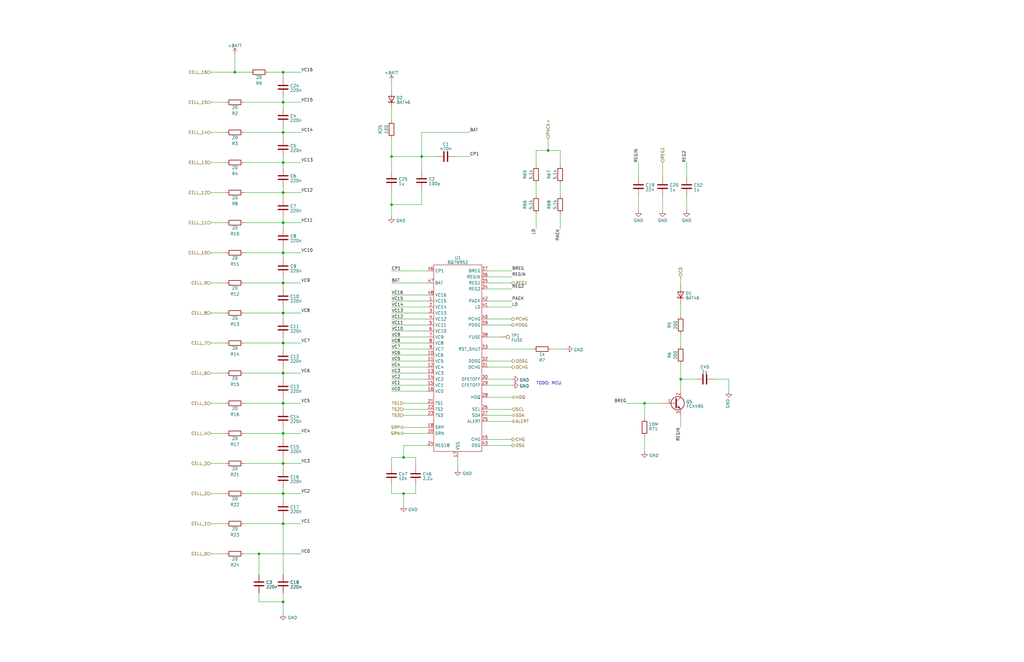
<source format=kicad_sch>
(kicad_sch (version 20230121) (generator eeschema)
  (paper "B")
  (title_block (title "Protection and Balancing") (date "2022-10-30") (rev "Rev 0") (company "QTech BMS Dept"))
  (junction (at 165.1 66.04))
  (junction (at 119.38 68.58))
  (junction (at 119.38 208.28))
  (junction (at 231.14 63.5))
  (junction (at 165.1 86.36))
  (junction (at 170.18 193.04))
  (junction (at 287.02 160.02))
  (junction (at 119.38 81.28))
  (junction (at 170.18 208.28))
  (junction (at 99.06 30.48))
  (junction (at 119.38 132.08))
  (junction (at 119.38 182.88))
  (junction (at 119.38 30.48))
  (junction (at 177.8 66.04))
  (junction (at 119.38 220.98))
  (junction (at 119.38 170.18))
  (junction (at 109.22 233.68))
  (junction (at 271.78 170.18))
  (junction (at 119.38 157.48))
  (junction (at 119.38 93.98))
  (junction (at 119.38 254))
  (junction (at 119.38 106.68))
  (junction (at 119.38 55.88))
  (junction (at 119.38 195.58))
  (junction (at 119.38 43.18))
  (junction (at 119.38 119.38))
  (junction (at 119.38 144.78))
  (wire (pts (xy 165.1 149.86) (xy 180.34 149.86)))
  (wire (pts (xy 191.77 66.04) (xy 198.12 66.04)))
  (wire (pts (xy 165.1 160.02) (xy 180.34 160.02)))
  (wire (pts (xy 88.9 195.58) (xy 95.25 195.58)))
  (wire (pts (xy 102.87 170.18) (xy 119.38 170.18)))
  (wire (pts (xy 287.02 128.27) (xy 287.02 133.35)))
  (wire (pts (xy 236.22 69.85) (xy 236.22 63.5)))
  (wire (pts (xy 102.87 43.18) (xy 119.38 43.18)))
  (wire (pts (xy 205.74 172.72) (xy 215.9 172.72)))
  (wire (pts (xy 119.38 55.88) (xy 119.38 58.42)))
  (wire (pts (xy 271.78 170.18) (xy 264.16 170.18)))
  (wire (pts (xy 205.74 154.94) (xy 215.9 154.94)))
  (wire (pts (xy 175.26 196.85) (xy 175.26 193.04)))
  (wire (pts (xy 205.74 129.54) (xy 215.9 129.54)))
  (wire (pts (xy 177.8 66.04) (xy 177.8 55.88)))
  (wire (pts (xy 119.38 116.84) (xy 119.38 119.38)))
  (wire (pts (xy 88.9 81.28) (xy 95.25 81.28)))
  (wire (pts (xy 205.74 147.32) (xy 224.79 147.32)))
  (wire (pts (xy 119.38 68.58) (xy 119.38 71.12)))
  (wire (pts (xy 165.1 137.16) (xy 180.34 137.16)))
  (wire (pts (xy 119.38 254) (xy 119.38 259.08)))
  (wire (pts (xy 177.8 72.39) (xy 177.8 66.04)))
  (wire (pts (xy 232.41 147.32) (xy 238.76 147.32)))
  (wire (pts (xy 165.1 129.54) (xy 180.34 129.54)))
  (wire (pts (xy 180.34 182.88) (xy 170.18 182.88)))
  (wire (pts (xy 269.24 68.58) (xy 269.24 74.93)))
  (wire (pts (xy 271.78 170.18) (xy 271.78 176.53)))
  (wire (pts (xy 119.38 205.74) (xy 119.38 208.28)))
  (wire (pts (xy 99.06 22.86) (xy 99.06 30.48)))
  (wire (pts (xy 165.1 132.08) (xy 180.34 132.08)))
  (wire (pts (xy 226.06 77.47) (xy 226.06 82.55)))
  (wire (pts (xy 119.38 167.64) (xy 119.38 170.18)))
  (wire (pts (xy 102.87 233.68) (xy 109.22 233.68)))
  (wire (pts (xy 165.1 80.01) (xy 165.1 86.36)))
  (wire (pts (xy 287.02 160.02) (xy 293.37 160.02)))
  (wire (pts (xy 119.38 157.48) (xy 127 157.48)))
  (wire (pts (xy 205.74 177.8) (xy 215.9 177.8)))
  (wire (pts (xy 205.74 116.84) (xy 215.9 116.84)))
  (wire (pts (xy 170.18 208.28) (xy 175.26 208.28)))
  (wire (pts (xy 109.22 233.68) (xy 127 233.68)))
  (wire (pts (xy 205.74 137.16) (xy 215.9 137.16)))
  (wire (pts (xy 119.38 132.08) (xy 119.38 134.62)))
  (wire (pts (xy 113.03 30.48) (xy 119.38 30.48)))
  (wire (pts (xy 119.38 66.04) (xy 119.38 68.58)))
  (wire (pts (xy 170.18 187.96) (xy 170.18 193.04)))
  (wire (pts (xy 193.04 193.04) (xy 193.04 198.12)))
  (wire (pts (xy 287.02 153.67) (xy 287.02 160.02)))
  (wire (pts (xy 119.38 250.19) (xy 119.38 254)))
  (wire (pts (xy 279.4 68.58) (xy 279.4 74.93)))
  (wire (pts (xy 88.9 170.18) (xy 95.25 170.18)))
  (wire (pts (xy 119.38 218.44) (xy 119.38 220.98)))
  (wire (pts (xy 119.38 157.48) (xy 119.38 160.02)))
  (wire (pts (xy 205.74 134.62) (xy 215.9 134.62)))
  (wire (pts (xy 119.38 68.58) (xy 127 68.58)))
  (wire (pts (xy 88.9 93.98) (xy 95.25 93.98)))
  (wire (pts (xy 99.06 30.48) (xy 105.41 30.48)))
  (wire (pts (xy 109.22 250.19) (xy 109.22 254)))
  (wire (pts (xy 119.38 180.34) (xy 119.38 182.88)))
  (wire (pts (xy 88.9 30.48) (xy 99.06 30.48)))
  (wire (pts (xy 165.1 34.29) (xy 165.1 38.1)))
  (wire (pts (xy 88.9 43.18) (xy 95.25 43.18)))
  (wire (pts (xy 119.38 195.58) (xy 127 195.58)))
  (wire (pts (xy 307.34 160.02) (xy 307.34 165.1)))
  (wire (pts (xy 170.18 193.04) (xy 165.1 193.04)))
  (wire (pts (xy 279.4 170.18) (xy 271.78 170.18)))
  (wire (pts (xy 119.38 93.98) (xy 119.38 96.52)))
  (wire (pts (xy 289.56 82.55) (xy 289.56 88.9)))
  (wire (pts (xy 88.9 68.58) (xy 95.25 68.58)))
  (wire (pts (xy 170.18 208.28) (xy 170.18 213.36)))
  (wire (pts (xy 300.99 160.02) (xy 307.34 160.02)))
  (wire (pts (xy 236.22 96.52) (xy 236.22 90.17)))
  (wire (pts (xy 119.38 208.28) (xy 127 208.28)))
  (wire (pts (xy 271.78 184.15) (xy 271.78 190.5)))
  (wire (pts (xy 88.9 119.38) (xy 95.25 119.38)))
  (wire (pts (xy 205.74 152.4) (xy 215.9 152.4)))
  (wire (pts (xy 119.38 30.48) (xy 127 30.48)))
  (wire (pts (xy 119.38 220.98) (xy 127 220.98)))
  (wire (pts (xy 205.74 119.38) (xy 215.9 119.38)))
  (wire (pts (xy 119.38 144.78) (xy 127 144.78)))
  (wire (pts (xy 180.34 180.34) (xy 170.18 180.34)))
  (wire (pts (xy 102.87 68.58) (xy 119.38 68.58)))
  (wire (pts (xy 180.34 172.72) (xy 170.18 172.72)))
  (wire (pts (xy 165.1 86.36) (xy 177.8 86.36)))
  (wire (pts (xy 165.1 66.04) (xy 177.8 66.04)))
  (wire (pts (xy 231.14 63.5) (xy 236.22 63.5)))
  (wire (pts (xy 102.87 132.08) (xy 119.38 132.08)))
  (wire (pts (xy 226.06 63.5) (xy 226.06 69.85)))
  (wire (pts (xy 102.87 81.28) (xy 119.38 81.28)))
  (wire (pts (xy 177.8 55.88) (xy 198.12 55.88)))
  (wire (pts (xy 279.4 82.55) (xy 279.4 88.9)))
  (wire (pts (xy 102.87 220.98) (xy 119.38 220.98)))
  (wire (pts (xy 205.74 114.3) (xy 215.9 114.3)))
  (wire (pts (xy 119.38 78.74) (xy 119.38 81.28)))
  (wire (pts (xy 88.9 157.48) (xy 95.25 157.48)))
  (wire (pts (xy 102.87 106.68) (xy 119.38 106.68)))
  (wire (pts (xy 165.1 204.47) (xy 165.1 208.28)))
  (wire (pts (xy 165.1 58.42) (xy 165.1 66.04)))
  (wire (pts (xy 102.87 93.98) (xy 119.38 93.98)))
  (wire (pts (xy 88.9 106.68) (xy 95.25 106.68)))
  (wire (pts (xy 102.87 157.48) (xy 119.38 157.48)))
  (wire (pts (xy 269.24 82.55) (xy 269.24 88.9)))
  (wire (pts (xy 287.02 140.97) (xy 287.02 146.05)))
  (wire (pts (xy 119.38 40.64) (xy 119.38 43.18)))
  (wire (pts (xy 205.74 160.02) (xy 215.9 160.02)))
  (wire (pts (xy 175.26 208.28) (xy 175.26 204.47)))
  (wire (pts (xy 205.74 121.92) (xy 215.9 121.92)))
  (wire (pts (xy 165.1 142.24) (xy 180.34 142.24)))
  (wire (pts (xy 165.1 208.28) (xy 170.18 208.28)))
  (wire (pts (xy 102.87 195.58) (xy 119.38 195.58)))
  (wire (pts (xy 88.9 144.78) (xy 95.25 144.78)))
  (wire (pts (xy 165.1 66.04) (xy 165.1 72.39)))
  (wire (pts (xy 119.38 55.88) (xy 127 55.88)))
  (wire (pts (xy 119.38 182.88) (xy 127 182.88)))
  (wire (pts (xy 165.1 124.46) (xy 180.34 124.46)))
  (wire (pts (xy 205.74 162.56) (xy 215.9 162.56)))
  (wire (pts (xy 88.9 220.98) (xy 95.25 220.98)))
  (wire (pts (xy 119.38 81.28) (xy 119.38 83.82)))
  (wire (pts (xy 119.38 119.38) (xy 119.38 121.92)))
  (wire (pts (xy 289.56 68.58) (xy 289.56 74.93)))
  (wire (pts (xy 165.1 127) (xy 180.34 127)))
  (wire (pts (xy 119.38 43.18) (xy 127 43.18)))
  (wire (pts (xy 236.22 82.55) (xy 236.22 77.47)))
  (wire (pts (xy 287.02 160.02) (xy 287.02 165.1)))
  (wire (pts (xy 119.38 220.98) (xy 119.38 242.57)))
  (wire (pts (xy 119.38 142.24) (xy 119.38 144.78)))
  (wire (pts (xy 119.38 195.58) (xy 119.38 198.12)))
  (wire (pts (xy 102.87 182.88) (xy 119.38 182.88)))
  (wire (pts (xy 287.02 175.26) (xy 287.02 180.34)))
  (wire (pts (xy 119.38 106.68) (xy 119.38 109.22)))
  (wire (pts (xy 119.38 193.04) (xy 119.38 195.58)))
  (wire (pts (xy 165.1 45.72) (xy 165.1 50.8)))
  (wire (pts (xy 88.9 132.08) (xy 95.25 132.08)))
  (wire (pts (xy 119.38 144.78) (xy 119.38 147.32)))
  (wire (pts (xy 109.22 233.68) (xy 109.22 242.57)))
  (wire (pts (xy 119.38 93.98) (xy 127 93.98)))
  (wire (pts (xy 119.38 43.18) (xy 119.38 45.72)))
  (wire (pts (xy 102.87 208.28) (xy 119.38 208.28)))
  (wire (pts (xy 102.87 144.78) (xy 119.38 144.78)))
  (wire (pts (xy 165.1 134.62) (xy 180.34 134.62)))
  (wire (pts (xy 119.38 132.08) (xy 127 132.08)))
  (wire (pts (xy 88.9 55.88) (xy 95.25 55.88)))
  (wire (pts (xy 102.87 55.88) (xy 119.38 55.88)))
  (wire (pts (xy 119.38 104.14) (xy 119.38 106.68)))
  (wire (pts (xy 119.38 170.18) (xy 119.38 172.72)))
  (wire (pts (xy 109.22 254) (xy 119.38 254)))
  (wire (pts (xy 231.14 63.5) (xy 231.14 58.42)))
  (wire (pts (xy 175.26 193.04) (xy 170.18 193.04)))
  (wire (pts (xy 205.74 185.42) (xy 215.9 185.42)))
  (wire (pts (xy 177.8 86.36) (xy 177.8 80.01)))
  (wire (pts (xy 165.1 193.04) (xy 165.1 196.85)))
  (wire (pts (xy 226.06 63.5) (xy 231.14 63.5)))
  (wire (pts (xy 205.74 175.26) (xy 215.9 175.26)))
  (wire (pts (xy 88.9 208.28) (xy 95.25 208.28)))
  (wire (pts (xy 119.38 81.28) (xy 127 81.28)))
  (wire (pts (xy 119.38 91.44) (xy 119.38 93.98)))
  (wire (pts (xy 165.1 165.1) (xy 180.34 165.1)))
  (wire (pts (xy 119.38 208.28) (xy 119.38 210.82)))
  (wire (pts (xy 165.1 139.7) (xy 180.34 139.7)))
  (wire (pts (xy 205.74 142.24) (xy 210.82 142.24)))
  (wire (pts (xy 165.1 144.78) (xy 180.34 144.78)))
  (wire (pts (xy 165.1 152.4) (xy 180.34 152.4)))
  (wire (pts (xy 165.1 86.36) (xy 165.1 91.44)))
  (wire (pts (xy 119.38 154.94) (xy 119.38 157.48)))
  (wire (pts (xy 205.74 127) (xy 215.9 127)))
  (wire (pts (xy 119.38 129.54) (xy 119.38 132.08)))
  (wire (pts (xy 205.74 187.96) (xy 215.9 187.96)))
  (wire (pts (xy 165.1 114.3) (xy 180.34 114.3)))
  (wire (pts (xy 170.18 187.96) (xy 180.34 187.96)))
  (wire (pts (xy 102.87 119.38) (xy 119.38 119.38)))
  (wire (pts (xy 180.34 175.26) (xy 170.18 175.26)))
  (wire (pts (xy 119.38 30.48) (xy 119.38 33.02)))
  (wire (pts (xy 226.06 90.17) (xy 226.06 96.52)))
  (wire (pts (xy 180.34 170.18) (xy 170.18 170.18)))
  (wire (pts (xy 88.9 233.68) (xy 95.25 233.68)))
  (wire (pts (xy 119.38 182.88) (xy 119.38 185.42)))
  (wire (pts (xy 165.1 154.94) (xy 180.34 154.94)))
  (wire (pts (xy 165.1 162.56) (xy 180.34 162.56)))
  (wire (pts (xy 119.38 53.34) (xy 119.38 55.88)))
  (wire (pts (xy 165.1 119.38) (xy 180.34 119.38)))
  (wire (pts (xy 119.38 170.18) (xy 127 170.18)))
  (wire (pts (xy 205.74 167.64) (xy 215.9 167.64)))
  (wire (pts (xy 177.8 66.04) (xy 184.15 66.04)))
  (wire (pts (xy 165.1 157.48) (xy 180.34 157.48)))
  (wire (pts (xy 119.38 119.38) (xy 127 119.38)))
  (wire (pts (xy 88.9 182.88) (xy 95.25 182.88)))
  (wire (pts (xy 287.02 116.84) (xy 287.02 120.65)))
  (wire (pts (xy 165.1 147.32) (xy 180.34 147.32)))
  (wire (pts (xy 119.38 106.68) (xy 127 106.68)))
  (text "TODO: MCU" (at 226.06 162.56 0) (effects (font (size 1.27 1.27)) (justify left bottom)))
  (label "VC7" (at 127 144.78 0))
  (label "VC4" (at 165.1 154.94 0))
  (label "BAT" (at 198.12 55.88 0))
  (label "LD" (at 226.06 96.52 270))
  (label "VC1" (at 127 220.98 0))
  (label "VC5" (at 127 170.18 0))
  (label "VC0" (at 127 233.68 0))
  (label "VC15" (at 127 43.18 0))
  (label "LD" (at 215.9 129.54 0))
  (label "BAT" (at 165.1 119.38 0))
  (label "VC10" (at 165.1 139.7 0))
  (label "VC3" (at 127 195.58 0))
  (label "VC15" (at 165.1 127 0))
  (label "REGIN" (at 269.24 68.58 90))
  (label "PACK" (at 215.9 127 0))
  (label "VC3" (at 165.1 157.48 0))
  (label "REGIN" (at 215.9 116.84 0))
  (label "VC14" (at 165.1 129.54 0))
  (label "VC0" (at 165.1 165.1 0))
  (label "VC6" (at 165.1 149.86 0))
  (label "VC16" (at 165.1 124.46 0))
  (label "VC13" (at 165.1 132.08 0))
  (label "VC6" (at 127 157.48 0))
  (label "VC4" (at 127 182.88 0))
  (label "CP1" (at 198.12 66.04 0))
  (label "VC16" (at 127 30.48 0))
  (label "VC7" (at 165.1 147.32 0))
  (label "VC12" (at 165.1 134.62 0))
  (label "VC1" (at 165.1 162.56 0))
  (label "VC12" (at 127 81.28 0))
  (label "VC9" (at 165.1 142.24 0))
  (label "VC10" (at 127 106.68 0))
  (label "BREG" (at 264.16 170.18 180))
  (label "VC13" (at 127 68.58 0))
  (label "VC11" (at 127 93.98 0))
  (label "VC11" (at 165.1 137.16 0))
  (label "CP1" (at 165.1 114.3 0))
  (label "VC9" (at 127 119.38 0))
  (label "PACK" (at 236.22 96.52 270))
  (label "REG2" (at 215.9 121.92 0))
  (label "BREG" (at 215.9 114.3 0))
  (label "VC8" (at 127 132.08 0))
  (label "VC2" (at 165.1 160.02 0))
  (label "VC5" (at 165.1 152.4 0))
  (label "REGIN" (at 287.02 180.34 270))
  (label "VC14" (at 127 55.88 0))
  (label "VC8" (at 165.1 144.78 0))
  (label "REG2" (at 289.56 68.58 90))
  (label "VC2" (at 127 208.28 0))
  (hierarchical_label "PDSG" (shape output) (at 215.9 137.16 0))
  (hierarchical_label "SRP" (shape bidirectional) (at 170.18 180.34 180))
  (hierarchical_label "DSG" (shape output) (at 215.9 187.96 0))
  (hierarchical_label "CELL_13" (shape input) (at 88.9 68.58 180))
  (hierarchical_label "CELL_2" (shape input) (at 88.9 208.28 180))
  (hierarchical_label "CELL_14" (shape input) (at 88.9 55.88 180))
  (hierarchical_label "CELL_0" (shape input) (at 88.9 233.68 180))
  (hierarchical_label "CELL_15" (shape input) (at 88.9 43.18 180))
  (hierarchical_label "CELL_9" (shape input) (at 88.9 119.38 180))
  (hierarchical_label "REG1" (shape input) (at 279.4 68.58 90))
  (hierarchical_label "CELL_5" (shape input) (at 88.9 170.18 180))
  (hierarchical_label "CELL_3" (shape input) (at 88.9 195.58 180))
  (hierarchical_label "TS1" (shape input) (at 170.18 170.18 180))
  (hierarchical_label "TS2" (shape input) (at 170.18 172.72 180))
  (hierarchical_label "CELL_16" (shape input) (at 88.9 30.48 180))
  (hierarchical_label "CELL_10" (shape input) (at 88.9 106.68 180))
  (hierarchical_label "SCL" (shape input) (at 215.9 172.72 0))
  (hierarchical_label "CELL_7" (shape input) (at 88.9 144.78 180))
  (hierarchical_label "CELL_1" (shape input) (at 88.9 220.98 180))
  (hierarchical_label "CELL_4" (shape input) (at 88.9 182.88 180))
  (hierarchical_label "PACK+" (shape input) (at 231.14 58.42 90))
  (hierarchical_label "DDSG" (shape output) (at 215.9 152.4 0))
  (hierarchical_label "SRN" (shape bidirectional) (at 170.18 182.88 180))
  (hierarchical_label "DCHG" (shape output) (at 215.9 154.94 0))
  (hierarchical_label "PCHG" (shape output) (at 215.9 134.62 0))
  (hierarchical_label "TS3" (shape input) (at 170.18 175.26 180))
  (hierarchical_label "REG1" (shape output) (at 215.9 119.38 0))
  (hierarchical_label "SDA" (shape bidirectional) (at 215.9 175.26 0))
  (hierarchical_label "CHG" (shape output) (at 215.9 185.42 0))
  (hierarchical_label "CELL_11" (shape input) (at 88.9 93.98 180))
  (hierarchical_label "CELL_8" (shape input) (at 88.9 132.08 180))
  (hierarchical_label "HDQ" (shape bidirectional) (at 215.9 167.64 0))
  (hierarchical_label "ALERT" (shape bidirectional) (at 215.9 177.8 0))
  (hierarchical_label "CD" (shape input) (at 287.02 116.84 90))
  (hierarchical_label "CELL_12" (shape input) (at 88.9 81.28 180))
  (hierarchical_label "CELL_6" (shape input) (at 88.9 157.48 180))
  (symbol (lib_id "Device:R") (at 236.22 73.66 180) (unit 1)
    (property "Reference" "R67" (at 231.5042 73.66 90))
    (property "Value" "5.1k" (at 234.0411 73.66 90))
    (property "Footprint" "Resistor_SMD:R_0805_2012Metric" (effects hide))
    (property "Datasheet" "https://www.mouser.com/datasheet/2/447/PYu_RC_Group_51_RoHS_L_11-1984063.pdf" (effects hide))
    (property "Mouser" "https://www.mouser.com/ProductDetail/YAGEO/RC1206JR-075K1L?qs=sGAEpiMZZMtlubZbdhIBIBvSqRm9%252BnwjpZFs1r6dFlc%3D" (effects hide))
    (property "Part Number" "RC1206JR-075K1L" (effects hide))
    (property "Rating" "250mW" (effects hide))
  )
  (symbol (lib_id "Device:C") (at 269.24 78.74 180) (unit 1)
    (property "Reference" "C19" (at 272.161 78.0963 0) (effects (justify right)))
    (property "Value" "22n" (at 272.161 80.0173 0) (effects (justify right)))
    (property "Footprint" "Capacitor_SMD:C_0805_2012Metric" (effects hide))
    (property "Datasheet" "https://www.mouser.com/datasheet/2/585/Samsung_MLCC_1837944-1929650.pdf" (effects hide))
    (property "Mouser" "https://www.mouser.com/ProductDetail/Samsung-Electro-Mechanics/CL21B223KBANNWC?qs=sGAEpiMZZMs7ZEmUmaUL0wnmEc5iLKHPtt1rJVYhzS8%3D" (effects hide))
    (property "Part Number" "CL21B223KBANNWC" (effects hide))
    (property "Rating" "50V" (effects hide))
  )
  (symbol (lib_id "Device:R") (at 99.06 43.18 270) (unit 1)
    (property "Reference" "R2" (at 99.06 47.8958 90))
    (property "Value" "20" (at 99.06 45.3589 90))
    (property "Footprint" "Resistor_SMD:R_1210_3225Metric" (effects hide))
    (property "Datasheet" "https://www.vishay.com/doc?28773" (effects hide))
    (property "Mouser" "https://www.mouser.com/ProductDetail/Vishay-Dale/CRCW120620R0FKEAC?qs=sGAEpiMZZMtlubZbdhIBIIZe04wfiaJWRZ0aKsAnSF4%3D" (effects hide))
    (property "Part Number" "CRCW120620R0FKEAC" (effects hide))
    (property "Rating" "1/4W" (effects hide))
  )
  (symbol (lib_id "Device:R") (at 226.06 86.36 180) (unit 1)
    (property "Reference" "R66" (at 221.3442 86.36 90))
    (property "Value" "5.1k" (at 223.8811 86.36 90))
    (property "Footprint" "Resistor_SMD:R_0805_2012Metric" (effects hide))
    (property "Datasheet" "https://www.mouser.com/datasheet/2/447/PYu_RC_Group_51_RoHS_L_11-1984063.pdf" (effects hide))
    (property "Mouser" "https://www.mouser.com/ProductDetail/YAGEO/RC1206JR-075K1L?qs=sGAEpiMZZMtlubZbdhIBIBvSqRm9%252BnwjpZFs1r6dFlc%3D" (effects hide))
    (property "Part Number" "RC1206JR-075K1L" (effects hide))
    (property "Rating" "250mW" (effects hide))
  )
  (symbol (lib_id "Device:R") (at 99.06 119.38 270) (unit 1)
    (property "Reference" "R12" (at 99.06 124.0958 90))
    (property "Value" "20" (at 99.06 121.5589 90))
    (property "Footprint" "Resistor_SMD:R_1210_3225Metric" (effects hide))
    (property "Datasheet" "https://www.vishay.com/doc?28773" (effects hide))
    (property "Mouser" "https://www.mouser.com/ProductDetail/Vishay-Dale/CRCW120620R0FKEAC?qs=sGAEpiMZZMtlubZbdhIBIIZe04wfiaJWRZ0aKsAnSF4%3D" (effects hide))
    (property "Part Number" "CRCW120620R0FKEAC" (effects hide))
    (property "Rating" "1/4W" (effects hide))
  )
  (symbol (lib_id "Device:R") (at 99.06 132.08 270) (unit 1)
    (property "Reference" "R13" (at 99.06 136.7958 90))
    (property "Value" "20" (at 99.06 134.2589 90))
    (property "Footprint" "Resistor_SMD:R_1210_3225Metric" (effects hide))
    (property "Datasheet" "https://www.vishay.com/doc?28773" (effects hide))
    (property "Mouser" "https://www.mouser.com/ProductDetail/Vishay-Dale/CRCW120620R0FKEAC?qs=sGAEpiMZZMtlubZbdhIBIIZe04wfiaJWRZ0aKsAnSF4%3D" (effects hide))
    (property "Part Number" "CRCW120620R0FKEAC" (effects hide))
    (property "Rating" "1/4W" (effects hide))
  )
  (symbol (lib_id "Device:C") (at 119.38 113.03 0) (unit 1)
    (property "Reference" "C9" (at 122.301 112.3863 0) (effects (justify left)))
    (property "Value" "220n" (at 122.301 114.3073 0) (effects (justify left)))
    (property "Footprint" "Capacitor_SMD:C_0603_1608Metric" (effects hide))
    (property "Datasheet" "https://www.mouser.com/datasheet/2/281/1/GRM188R71E224KA88_01A-1985939.pdf" (effects hide))
    (property "Mouser" "https://www.mouser.com/ProductDetail/Murata-Electronics/GRM188R71E224KA88J?qs=sGAEpiMZZMsh%252B1woXyUXjzfHhryCVQWKGSTUJyXJFXk%3D" (effects hide))
    (property "Part Number" "GRM188R71E224KA88J" (effects hide))
    (property "Rating" "25 VDC" (effects hide))
  )
  (symbol (lib_id "Device:D_Zener") (at 165.1 41.91 90) (unit 1)
    (property "Reference" "D2" (at 167.132 41.2663 90) (effects (justify right)))
    (property "Value" "BAT46" (at 167.132 43.1873 90) (effects (justify right)))
    (property "Footprint" "Diode_SMD:D_SOD-123" (effects hide))
    (property "Datasheet" "https://www.mouser.com/datasheet/2/258/BAT46WHE3_SOD_123_-1957551.pdf" (effects hide))
    (property "Mouser" "https://www.mouser.com/ProductDetail/Micro-Commercial-Components-MCC/BAT46WHE3-TP?qs=HBWAp0VN4RhwZZGh4BO67Q%3D%3D" (effects hide))
    (property "Part Number" "BAT46WHE3-TP" (effects hide))
    (property "Rating" "100V 150mA" (effects hide))
  )
  (symbol (lib_id "Device:C") (at 165.1 76.2 180) (unit 1)
    (property "Reference" "C25" (at 168.021 75.5563 0) (effects (justify right)))
    (property "Value" "1u" (at 168.021 77.4773 0) (effects (justify right)))
    (property "Footprint" "Capacitor_SMD:C_1206_3216Metric" (effects hide))
    (property "Datasheet" "https://www.mouser.com/datasheet/2/585/MLCC-1837944.pdf" (effects hide))
    (property "Mouser" "https://www.mouser.com/ProductDetail/Samsung-Electro-Mechanics/CL31B105KCHNNNE?qs=sGAEpiMZZMsh%252B1woXyUXj7iNKXiFkBmwUqTRcZ61bFU%3D" (effects hide))
    (property "Part Number" "CL31B105KCHNNNE" (effects hide))
    (property "Rating" "100V" (effects hide))
  )
  (symbol (lib_id "Device:R") (at 99.06 208.28 270) (unit 1)
    (property "Reference" "R22" (at 99.06 212.9958 90))
    (property "Value" "20" (at 99.06 210.4589 90))
    (property "Footprint" "Resistor_SMD:R_1210_3225Metric" (effects hide))
    (property "Datasheet" "https://www.vishay.com/doc?28773" (effects hide))
    (property "Mouser" "https://www.mouser.com/ProductDetail/Vishay-Dale/CRCW120620R0FKEAC?qs=sGAEpiMZZMtlubZbdhIBIIZe04wfiaJWRZ0aKsAnSF4%3D" (effects hide))
    (property "Part Number" "CRCW120620R0FKEAC" (effects hide))
    (property "Rating" "1/4W" (effects hide))
  )
  (symbol (lib_id "Device:C") (at 289.56 78.74 180) (unit 1)
    (property "Reference" "C52" (at 292.481 78.0963 0) (effects (justify right)))
    (property "Value" "1u" (at 292.481 80.0173 0) (effects (justify right)))
    (property "Footprint" "Capacitor_SMD:C_0603_1608Metric" (effects hide))
    (property "Datasheet" "https://www.mouser.com/datasheet/2/585/MLCC-1837944.pdf" (effects hide))
    (property "Mouser" "https://www.mouser.com/ProductDetail/Samsung-Electro-Mechanics/CL10B105KA8NNND?qs=sGAEpiMZZMs7ZEmUmaUL03JOSOi7G3a3Pbmf%252BVZ%2FyZWWNareYBTNVg%3D%3D" (effects hide))
    (property "Part Number" "CL10B105KA8NNND" (effects hide))
    (property "Rating" "25V" (effects hide))
  )
  (symbol (lib_id "Device:R") (at 99.06 233.68 270) (unit 1)
    (property "Reference" "R24" (at 99.06 238.3958 90))
    (property "Value" "20" (at 99.06 235.8589 90))
    (property "Footprint" "Resistor_SMD:R_1210_3225Metric" (effects hide))
    (property "Datasheet" "https://www.vishay.com/doc?28773" (effects hide))
    (property "Mouser" "https://www.mouser.com/ProductDetail/Vishay-Dale/CRCW120620R0FKEAC?qs=sGAEpiMZZMtlubZbdhIBIIZe04wfiaJWRZ0aKsAnSF4%3D" (effects hide))
    (property "Part Number" "CRCW120620R0FKEAC" (effects hide))
    (property "Rating" "1/4W" (effects hide))
  )
  (symbol (lib_id "Device:R") (at 236.22 86.36 180) (unit 1)
    (property "Reference" "R68" (at 231.5042 86.36 90))
    (property "Value" "5.1k" (at 234.0411 86.36 90))
    (property "Footprint" "Resistor_SMD:R_0805_2012Metric" (effects hide))
    (property "Datasheet" "https://www.mouser.com/datasheet/2/447/PYu_RC_Group_51_RoHS_L_11-1984063.pdf" (effects hide))
    (property "Mouser" "https://www.mouser.com/ProductDetail/YAGEO/RC1206JR-075K1L?qs=sGAEpiMZZMtlubZbdhIBIBvSqRm9%252BnwjpZFs1r6dFlc%3D" (effects hide))
    (property "Part Number" "RC1206JR-075K1L" (effects hide))
    (property "Rating" "250mW" (effects hide))
  )
  (symbol (lib_id "power:GND") (at 269.24 88.9 0) (unit 1)
    (property "Reference" "#PWR09" (effects hide))
    (property "Value" "GND" (at 269.24 93.0355 0))
  )
  (symbol (lib_id "Device:C") (at 279.4 78.74 180) (unit 1)
    (property "Reference" "C20" (at 282.321 78.0963 0) (effects (justify right)))
    (property "Value" "1u" (at 282.321 80.0173 0) (effects (justify right)))
    (property "Footprint" "Capacitor_SMD:C_0603_1608Metric" (effects hide))
    (property "Datasheet" "https://www.mouser.com/datasheet/2/585/MLCC-1837944.pdf" (effects hide))
    (property "Mouser" "https://www.mouser.com/ProductDetail/Samsung-Electro-Mechanics/CL10B105KA8NNND?qs=sGAEpiMZZMs7ZEmUmaUL03JOSOi7G3a3Pbmf%252BVZ%2FyZWWNareYBTNVg%3D%3D" (effects hide))
    (property "Part Number" "CL10B105KA8NNND" (effects hide))
    (property "Rating" "25V" (effects hide))
  )
  (symbol (lib_id "power:+BATT") (at 99.06 22.86 0) (unit 1)
    (property "Reference" "#PWR03" (effects hide))
    (property "Value" "+BATT" (at 99.06 19.2842 0))
  )
  (symbol (lib_id "Device:C") (at 119.38 214.63 0) (unit 1)
    (property "Reference" "C17" (at 122.301 213.9863 0) (effects (justify left)))
    (property "Value" "220n" (at 122.301 215.9073 0) (effects (justify left)))
    (property "Footprint" "Capacitor_SMD:C_0603_1608Metric" (effects hide))
    (property "Datasheet" "https://www.mouser.com/datasheet/2/281/1/GRM188R71E224KA88_01A-1985939.pdf" (effects hide))
    (property "Mouser" "https://www.mouser.com/ProductDetail/Murata-Electronics/GRM188R71E224KA88J?qs=sGAEpiMZZMsh%252B1woXyUXjzfHhryCVQWKGSTUJyXJFXk%3D" (effects hide))
    (property "Part Number" "GRM188R71E224KA88J" (effects hide))
    (property "Rating" "25 VDC" (effects hide))
  )
  (symbol (lib_id "Device:R") (at 99.06 93.98 270) (unit 1)
    (property "Reference" "R10" (at 99.06 98.6958 90))
    (property "Value" "20" (at 99.06 96.1589 90))
    (property "Footprint" "Resistor_SMD:R_1210_3225Metric" (effects hide))
    (property "Datasheet" "https://www.vishay.com/doc?28773" (effects hide))
    (property "Mouser" "https://www.mouser.com/ProductDetail/Vishay-Dale/CRCW120620R0FKEAC?qs=sGAEpiMZZMtlubZbdhIBIIZe04wfiaJWRZ0aKsAnSF4%3D" (effects hide))
    (property "Part Number" "CRCW120620R0FKEAC" (effects hide))
    (property "Rating" "1/4W" (effects hide))
  )
  (symbol (lib_id "Device:C") (at 119.38 138.43 0) (unit 1)
    (property "Reference" "C11" (at 122.301 137.7863 0) (effects (justify left)))
    (property "Value" "220n" (at 122.301 139.7073 0) (effects (justify left)))
    (property "Footprint" "Capacitor_SMD:C_0603_1608Metric" (effects hide))
    (property "Datasheet" "https://www.mouser.com/datasheet/2/281/1/GRM188R71E224KA88_01A-1985939.pdf" (effects hide))
    (property "Mouser" "https://www.mouser.com/ProductDetail/Murata-Electronics/GRM188R71E224KA88J?qs=sGAEpiMZZMsh%252B1woXyUXjzfHhryCVQWKGSTUJyXJFXk%3D" (effects hide))
    (property "Part Number" "GRM188R71E224KA88J" (effects hide))
    (property "Rating" "25 VDC" (effects hide))
  )
  (symbol (lib_id "Device:C") (at 297.18 160.02 270) (unit 1)
    (property "Reference" "C45" (at 297.18 154.8511 90))
    (property "Value" "1u" (at 297.18 156.7721 90))
    (property "Footprint" "Capacitor_SMD:C_1206_3216Metric" (effects hide))
    (property "Datasheet" "https://www.mouser.com/datasheet/2/585/MLCC-1837944.pdf" (effects hide))
    (property "Mouser" "https://www.mouser.com/ProductDetail/Samsung-Electro-Mechanics/CL31B105KCHNNNE?qs=sGAEpiMZZMsh%252B1woXyUXj7iNKXiFkBmwUqTRcZ61bFU%3D" (effects hide))
    (property "Part Number" "CL31B105KCHNNNE" (effects hide))
    (property "Rating" "100V" (effects hide))
  )
  (symbol (lib_id "Device:C") (at 119.38 163.83 0) (unit 1)
    (property "Reference" "C13" (at 122.301 163.1863 0) (effects (justify left)))
    (property "Value" "220n" (at 122.301 165.1073 0) (effects (justify left)))
    (property "Footprint" "Capacitor_SMD:C_0603_1608Metric" (effects hide))
    (property "Datasheet" "https://www.mouser.com/datasheet/2/281/1/GRM188R71E224KA88_01A-1985939.pdf" (effects hide))
    (property "Mouser" "https://www.mouser.com/ProductDetail/Murata-Electronics/GRM188R71E224KA88J?qs=sGAEpiMZZMsh%252B1woXyUXjzfHhryCVQWKGSTUJyXJFXk%3D" (effects hide))
    (property "Part Number" "GRM188R71E224KA88J" (effects hide))
    (property "Rating" "25 VDC" (effects hide))
  )
  (symbol (lib_id "Device:R") (at 99.06 195.58 270) (unit 1)
    (property "Reference" "R21" (at 99.06 200.2958 90))
    (property "Value" "20" (at 99.06 197.7589 90))
    (property "Footprint" "Resistor_SMD:R_1210_3225Metric" (effects hide))
    (property "Datasheet" "https://www.vishay.com/doc?28773" (effects hide))
    (property "Mouser" "https://www.mouser.com/ProductDetail/Vishay-Dale/CRCW120620R0FKEAC?qs=sGAEpiMZZMtlubZbdhIBIIZe04wfiaJWRZ0aKsAnSF4%3D" (effects hide))
    (property "Part Number" "CRCW120620R0FKEAC" (effects hide))
    (property "Rating" "1/4W" (effects hide))
  )
  (symbol (lib_id "power:GND") (at 238.76 147.32 90) (unit 1)
    (property "Reference" "#PWR033" (effects hide))
    (property "Value" "GND" (at 241.935 147.6368 90) (effects (justify right)))
  )
  (symbol (lib_id "Device:C") (at 109.22 246.38 0) (unit 1)
    (property "Reference" "C3" (at 112.141 245.7363 0) (effects (justify left)))
    (property "Value" "220n" (at 112.141 247.6573 0) (effects (justify left)))
    (property "Footprint" "Capacitor_SMD:C_0603_1608Metric" (effects hide))
    (property "Datasheet" "https://www.mouser.com/datasheet/2/281/1/GRM188R71E224KA88_01A-1985939.pdf" (effects hide))
    (property "Mouser" "https://www.mouser.com/ProductDetail/Murata-Electronics/GRM188R71E224KA88J?qs=sGAEpiMZZMsh%252B1woXyUXjzfHhryCVQWKGSTUJyXJFXk%3D" (effects hide))
    (property "Part Number" "GRM188R71E224KA88J" (effects hide))
    (property "Rating" "25 VDC" (effects hide))
  )
  (symbol (lib_id "Connector:TestPoint") (at 210.82 142.24 270) (unit 1)
    (property "Reference" "TP1" (at 215.519 141.5963 90) (effects (justify left)))
    (property "Value" "FUSE" (at 215.519 143.5173 90) (effects (justify left)))
    (property "Footprint" "TestPoint:TestPoint_Pad_D1.5mm" (effects hide))
  )
  (symbol (lib_id "Device:R") (at 99.06 106.68 270) (unit 1)
    (property "Reference" "R11" (at 99.06 111.3958 90))
    (property "Value" "20" (at 99.06 108.8589 90))
    (property "Footprint" "Resistor_SMD:R_1210_3225Metric" (effects hide))
    (property "Datasheet" "https://www.vishay.com/doc?28773" (effects hide))
    (property "Mouser" "https://www.mouser.com/ProductDetail/Vishay-Dale/CRCW120620R0FKEAC?qs=sGAEpiMZZMtlubZbdhIBIIZe04wfiaJWRZ0aKsAnSF4%3D" (effects hide))
    (property "Part Number" "CRCW120620R0FKEAC" (effects hide))
    (property "Rating" "1/4W" (effects hide))
  )
  (symbol (lib_id "Device:R") (at 228.6 147.32 270) (unit 1)
    (property "Reference" "R7" (at 228.6 152.0358 90))
    (property "Value" "1k" (at 228.6 149.4989 90))
    (property "Footprint" "Resistor_SMD:R_0603_1608Metric" (effects hide))
    (property "Datasheet" "https://www.vishay.com/doc?20035" (effects hide))
    (property "Mouser" "https://www.mouser.com/ProductDetail/Vishay-Dale/CRCW06031K00FKEC?qs=sGAEpiMZZMtlubZbdhIBIO43cdRDMqnZdC%2FvLADwXWY%3D" (effects hide))
    (property "Part Number" "CRCW06031K00FKEC" (effects hide))
    (property "Rating" "100mW" (effects hide))
  )
  (symbol (lib_id "Device:C") (at 119.38 151.13 0) (unit 1)
    (property "Reference" "C12" (at 122.301 150.4863 0) (effects (justify left)))
    (property "Value" "220n" (at 122.301 152.4073 0) (effects (justify left)))
    (property "Footprint" "Capacitor_SMD:C_0603_1608Metric" (effects hide))
    (property "Datasheet" "https://www.mouser.com/datasheet/2/281/1/GRM188R71E224KA88_01A-1985939.pdf" (effects hide))
    (property "Mouser" "https://www.mouser.com/ProductDetail/Murata-Electronics/GRM188R71E224KA88J?qs=sGAEpiMZZMsh%252B1woXyUXjzfHhryCVQWKGSTUJyXJFXk%3D" (effects hide))
    (property "Part Number" "GRM188R71E224KA88J" (effects hide))
    (property "Rating" "25 VDC" (effects hide))
  )
  (symbol (lib_id "Device:R") (at 226.06 73.66 180) (unit 1)
    (property "Reference" "R65" (at 221.3442 73.66 90))
    (property "Value" "5.1k" (at 223.8811 73.66 90))
    (property "Footprint" "Resistor_SMD:R_0805_2012Metric" (effects hide))
    (property "Datasheet" "https://www.mouser.com/datasheet/2/447/PYu_RC_Group_51_RoHS_L_11-1984063.pdf" (effects hide))
    (property "Mouser" "https://www.mouser.com/ProductDetail/YAGEO/RC1206JR-075K1L?qs=sGAEpiMZZMtlubZbdhIBIBvSqRm9%252BnwjpZFs1r6dFlc%3D" (effects hide))
    (property "Part Number" "RC1206JR-075K1L" (effects hide))
    (property "Rating" "250mW" (effects hide))
  )
  (symbol (lib_id "power:GND") (at 307.34 165.1 0) (unit 1)
    (property "Reference" "#PWR012" (effects hide))
    (property "Value" "GND" (at 306.9062 168.275 90) (effects (justify right)))
  )
  (symbol (lib_id "Device:R") (at 109.22 30.48 270) (unit 1)
    (property "Reference" "R9" (at 109.22 35.1958 90))
    (property "Value" "20" (at 109.22 32.6589 90))
    (property "Footprint" "Resistor_SMD:R_1210_3225Metric" (effects hide))
    (property "Datasheet" "https://www.vishay.com/doc?28773" (effects hide))
    (property "Mouser" "https://www.mouser.com/ProductDetail/Vishay-Dale/CRCW120620R0FKEAC?qs=sGAEpiMZZMtlubZbdhIBIIZe04wfiaJWRZ0aKsAnSF4%3D" (effects hide))
    (property "Part Number" "CRCW120620R0FKEAC" (effects hide))
    (property "Rating" "1/4W" (effects hide))
  )
  (symbol (lib_id "power:GND") (at 170.18 213.36 0) (unit 1)
    (property "Reference" "#PWR032" (effects hide))
    (property "Value" "GND" (at 172.085 215.0638 0) (effects (justify left)))
  )
  (symbol (lib_id "Device:R") (at 287.02 137.16 180) (unit 1)
    (property "Reference" "R5" (at 282.3042 137.16 90))
    (property "Value" "200" (at 284.8411 137.16 90))
    (property "Footprint" "Resistor_SMD:R_0805_2012Metric" (effects hide))
    (property "Datasheet" "https://www.mouser.com/datasheet/2/54/cr-1858361.pdf" (effects hide))
    (property "Mouser" "https://www.mouser.com/ProductDetail/Bourns/CR2512-JW-201ELF?qs=sGAEpiMZZMtlubZbdhIBIFx6EhAlX5Miu5jHMJgEsMg%3D" (effects hide))
    (property "Part Number" "CR2512-JW-201ELF" (effects hide))
    (property "Rating" "1W" (effects hide))
  )
  (symbol (lib_id "Device:Q_NPN_BCE") (at 284.48 170.18 0) (unit 1)
    (property "Reference" "Q5" (at 289.3314 169.5363 0) (effects (justify left)))
    (property "Value" "FCX495" (at 289.3314 171.4573 0) (effects (justify left)))
    (property "Footprint" "Package_TO_SOT_SMD:SOT-89-3" (effects hide))
    (property "Datasheet" "https://www.diodes.com/assets/Datasheets/FCX495.pdf" (effects hide))
    (property "Mouser" "https://www.mouser.com/ProductDetail/Diodes-Incorporated/FCX495TA?qs=fpoYs8%2FwAu9bxDJK3FfPWA%3D%3D" (effects hide))
    (property "Part Number" "FCX495TA" (effects hide))
    (property "Rating" "150V 1A" (effects hide))
  )
  (symbol (lib_id "Device:C") (at 119.38 201.93 0) (unit 1)
    (property "Reference" "C16" (at 122.301 201.2863 0) (effects (justify left)))
    (property "Value" "220n" (at 122.301 203.2073 0) (effects (justify left)))
    (property "Footprint" "Capacitor_SMD:C_0603_1608Metric" (effects hide))
    (property "Datasheet" "https://www.mouser.com/datasheet/2/281/1/GRM188R71E224KA88_01A-1985939.pdf" (effects hide))
    (property "Mouser" "https://www.mouser.com/ProductDetail/Murata-Electronics/GRM188R71E224KA88J?qs=sGAEpiMZZMsh%252B1woXyUXjzfHhryCVQWKGSTUJyXJFXk%3D" (effects hide))
    (property "Part Number" "GRM188R71E224KA88J" (effects hide))
    (property "Rating" "25 VDC" (effects hide))
  )
  (symbol (lib_id "power:GND") (at 279.4 88.9 0) (unit 1)
    (property "Reference" "#PWR08" (effects hide))
    (property "Value" "GND" (at 279.4 93.0355 0))
  )
  (symbol (lib_id "Device:C") (at 177.8 76.2 180) (unit 1)
    (property "Reference" "C2" (at 180.721 75.5563 0) (effects (justify right)))
    (property "Value" "100p" (at 180.721 77.4773 0) (effects (justify right)))
    (property "Footprint" "Capacitor_SMD:C_0603_1608Metric" (effects hide))
    (property "Datasheet" "https://www.mouser.com/datasheet/2/281/1/GCM1885C2A101JA16_01A-3142697.pdf" (effects hide))
    (property "Mouser" "https://www.mouser.com/ProductDetail/Murata-Electronics/GCM1885C2A101JA16D?qs=sGAEpiMZZMs7ZEmUmaUL05tK3UxeJStQD5AHYzB%252BilI%3D" (effects hide))
    (property "Part Number" "GCM1885C2A101JA16D" (effects hide))
    (property "Rating" "100V" (effects hide))
  )
  (symbol (lib_id "power:GND") (at 165.1 91.44 0) (unit 1)
    (property "Reference" "#PWR04" (effects hide))
    (property "Value" "GND" (at 167.005 93.1438 0) (effects (justify left)))
  )
  (symbol (lib_id "Device:R") (at 99.06 81.28 270) (unit 1)
    (property "Reference" "R8" (at 99.06 85.9958 90))
    (property "Value" "20" (at 99.06 83.4589 90))
    (property "Footprint" "Resistor_SMD:R_1210_3225Metric" (effects hide))
    (property "Datasheet" "https://www.vishay.com/doc?28773" (effects hide))
    (property "Mouser" "https://www.mouser.com/ProductDetail/Vishay-Dale/CRCW120620R0FKEAC?qs=sGAEpiMZZMtlubZbdhIBIIZe04wfiaJWRZ0aKsAnSF4%3D" (effects hide))
    (property "Part Number" "CRCW120620R0FKEAC" (effects hide))
    (property "Rating" "1/4W" (effects hide))
  )
  (symbol (lib_id "Device:R") (at 99.06 220.98 270) (unit 1)
    (property "Reference" "R23" (at 99.06 225.6958 90))
    (property "Value" "20" (at 99.06 223.1589 90))
    (property "Footprint" "Resistor_SMD:R_1210_3225Metric" (effects hide))
    (property "Datasheet" "https://www.vishay.com/doc?28773" (effects hide))
    (property "Mouser" "https://www.mouser.com/ProductDetail/Vishay-Dale/CRCW120620R0FKEAC?qs=sGAEpiMZZMtlubZbdhIBIIZe04wfiaJWRZ0aKsAnSF4%3D" (effects hide))
    (property "Part Number" "CRCW120620R0FKEAC" (effects hide))
    (property "Rating" "1/4W" (effects hide))
  )
  (symbol (lib_id "Device:R") (at 99.06 157.48 270) (unit 1)
    (property "Reference" "R15" (at 99.06 162.1958 90))
    (property "Value" "20" (at 99.06 159.6589 90))
    (property "Footprint" "Resistor_SMD:R_1210_3225Metric" (effects hide))
    (property "Datasheet" "https://www.vishay.com/doc?28773" (effects hide))
    (property "Mouser" "https://www.mouser.com/ProductDetail/Vishay-Dale/CRCW120620R0FKEAC?qs=sGAEpiMZZMtlubZbdhIBIIZe04wfiaJWRZ0aKsAnSF4%3D" (effects hide))
    (property "Part Number" "CRCW120620R0FKEAC" (effects hide))
    (property "Rating" "1/4W" (effects hide))
  )
  (symbol (lib_id "Device:C") (at 119.38 246.38 0) (unit 1)
    (property "Reference" "C18" (at 122.301 245.7363 0) (effects (justify left)))
    (property "Value" "220n" (at 122.301 247.6573 0) (effects (justify left)))
    (property "Footprint" "Capacitor_SMD:C_0603_1608Metric" (effects hide))
    (property "Datasheet" "https://www.mouser.com/datasheet/2/281/1/GRM188R71E224KA88_01A-1985939.pdf" (effects hide))
    (property "Mouser" "https://www.mouser.com/ProductDetail/Murata-Electronics/GRM188R71E224KA88J?qs=sGAEpiMZZMsh%252B1woXyUXjzfHhryCVQWKGSTUJyXJFXk%3D" (effects hide))
    (property "Part Number" "GRM188R71E224KA88J" (effects hide))
    (property "Rating" "25 VDC" (effects hide))
  )
  (symbol (lib_id "Device:C") (at 165.1 200.66 180) (unit 1)
    (property "Reference" "C47" (at 168.021 200.0163 0) (effects (justify right)))
    (property "Value" "10n" (at 168.021 201.9373 0) (effects (justify right)))
    (property "Footprint" "Capacitor_SMD:C_0603_1608Metric" (effects hide))
    (property "Datasheet" "https://www.vishay.com/doc?28548" (effects hide))
    (property "Mouser" "https://www.mouser.com/ProductDetail/Vishay-Vitramon/VJ0402Y103JXXCW1BC?qs=sGAEpiMZZMs7ZEmUmaUL0%2F1oDFI5nE5RnMZJfZTtjw0%3D" (effects hide))
    (property "Part Number" "VJ0402Y103JXXCW1BC" (effects hide))
    (property "Rating" "25V" (effects hide))
  )
  (symbol (lib_id "Device:C") (at 119.38 176.53 0) (unit 1)
    (property "Reference" "C14" (at 122.301 175.8863 0) (effects (justify left)))
    (property "Value" "220n" (at 122.301 177.8073 0) (effects (justify left)))
    (property "Footprint" "Capacitor_SMD:C_0603_1608Metric" (effects hide))
    (property "Datasheet" "https://www.mouser.com/datasheet/2/281/1/GRM188R71E224KA88_01A-1985939.pdf" (effects hide))
    (property "Mouser" "https://www.mouser.com/ProductDetail/Murata-Electronics/GRM188R71E224KA88J?qs=sGAEpiMZZMsh%252B1woXyUXjzfHhryCVQWKGSTUJyXJFXk%3D" (effects hide))
    (property "Part Number" "GRM188R71E224KA88J" (effects hide))
    (property "Rating" "25 VDC" (effects hide))
  )
  (symbol (lib_id "Device:R") (at 287.02 149.86 180) (unit 1)
    (property "Reference" "R6" (at 282.3042 149.86 90))
    (property "Value" "200" (at 284.8411 149.86 90))
    (property "Footprint" "Resistor_SMD:R_0805_2012Metric" (effects hide))
    (property "Datasheet" "https://www.mouser.com/datasheet/2/54/cr-1858361.pdf" (effects hide))
    (property "Mouser" "https://www.mouser.com/ProductDetail/Bourns/CR2512-JW-201ELF?qs=sGAEpiMZZMtlubZbdhIBIFx6EhAlX5Miu5jHMJgEsMg%3D" (effects hide))
    (property "Part Number" "CR2512-JW-201ELF" (effects hide))
    (property "Rating" "1W" (effects hide))
  )
  (symbol (lib_id "Device:R") (at 99.06 144.78 270) (unit 1)
    (property "Reference" "R14" (at 99.06 149.4958 90))
    (property "Value" "20" (at 99.06 146.9589 90))
    (property "Footprint" "Resistor_SMD:R_1210_3225Metric" (effects hide))
    (property "Datasheet" "https://www.vishay.com/doc?28773" (effects hide))
    (property "Mouser" "https://www.mouser.com/ProductDetail/Vishay-Dale/CRCW120620R0FKEAC?qs=sGAEpiMZZMtlubZbdhIBIIZe04wfiaJWRZ0aKsAnSF4%3D" (effects hide))
    (property "Part Number" "CRCW120620R0FKEAC" (effects hide))
    (property "Rating" "1/4W" (effects hide))
  )
  (symbol (lib_id "Device:D_Zener") (at 287.02 124.46 90) (unit 1)
    (property "Reference" "D1" (at 289.052 123.8163 90) (effects (justify right)))
    (property "Value" "BAT46" (at 289.052 125.7373 90) (effects (justify right)))
    (property "Footprint" "Diode_SMD:D_SOD-123" (effects hide))
    (property "Datasheet" "https://www.mouser.com/datasheet/2/258/BAT46WHE3_SOD_123_-1957551.pdf" (effects hide))
    (property "Mouser" "https://www.mouser.com/ProductDetail/Micro-Commercial-Components-MCC/BAT46WHE3-TP?qs=HBWAp0VN4RhwZZGh4BO67Q%3D%3D" (effects hide))
    (property "Part Number" "BAT46WHE3-TP" (effects hide))
    (property "Rating" "100V 150mA" (effects hide))
  )
  (symbol (lib_id "power:GND") (at 215.9 160.02 90) (unit 1)
    (property "Reference" "#PWR014" (effects hide))
    (property "Value" "GND" (at 219.075 160.3368 90) (effects (justify right)))
  )
  (symbol (lib_id "Device:C") (at 175.26 200.66 180) (unit 1)
    (property "Reference" "C46" (at 178.181 200.0163 0) (effects (justify right)))
    (property "Value" "2.2u" (at 178.181 201.9373 0) (effects (justify right)))
    (property "Footprint" "Capacitor_SMD:C_0603_1608Metric" (effects hide))
    (property "Datasheet" "https://www.mouser.com/datasheet/2/585/MLCC-1837944.pdf" (effects hide))
    (property "Mouser" "https://www.mouser.com/ProductDetail/Samsung-Electro-Mechanics/CL21B225KOFNNNE?qs=sGAEpiMZZMs7ZEmUmaUL0zYKGA%2FRCt7uwwVhYAs9Asc%3D" (effects hide))
    (property "Part Number" "CL21B225KOFNNNE" (effects hide))
    (property "Rating" "16V" (effects hide))
  )
  (symbol (lib_id "Device:C") (at 119.38 100.33 0) (unit 1)
    (property "Reference" "C8" (at 122.301 99.6863 0) (effects (justify left)))
    (property "Value" "220n" (at 122.301 101.6073 0) (effects (justify left)))
    (property "Footprint" "Capacitor_SMD:C_0603_1608Metric" (effects hide))
    (property "Datasheet" "https://www.mouser.com/datasheet/2/281/1/GRM188R71E224KA88_01A-1985939.pdf" (effects hide))
    (property "Mouser" "https://www.mouser.com/ProductDetail/Murata-Electronics/GRM188R71E224KA88J?qs=sGAEpiMZZMsh%252B1woXyUXjzfHhryCVQWKGSTUJyXJFXk%3D" (effects hide))
    (property "Part Number" "GRM188R71E224KA88J" (effects hide))
    (property "Rating" "25 VDC" (effects hide))
  )
  (symbol (lib_id "Device:R") (at 271.78 180.34 0) (mirror y) (unit 1)
    (property "Reference" "R71" (at 273.558 180.9837 0) (effects (justify right)))
    (property "Value" "10M" (at 273.558 179.0627 0) (effects (justify right)))
    (property "Footprint" "Resistor_SMD:R_0603_1608Metric" (effects hide))
    (property "Datasheet" "https://www.mouser.com/datasheet/2/447/PYu_AC_51_RoHS_L_9-3005297.pdf" (effects hide))
    (property "Mouser" "https://www.mouser.com/ProductDetail/YAGEO/AC0603FR-0710ML?qs=sGAEpiMZZMtlubZbdhIBIG07xJe44c5AN0zPtTTP5TI%3D" (effects hide))
    (property "Part Number" "AC0603FR-0710ML" (effects hide))
    (property "Rating" "100mW" (effects hide))
    (instances (project "bms" (path "" (reference "R71") (unit 1)) (path "" (reference "R52") (unit 1))))
  )
  (symbol (lib_id "Device:C") (at 119.38 125.73 0) (unit 1)
    (property "Reference" "C10" (at 122.301 125.0863 0) (effects (justify left)))
    (property "Value" "220n" (at 122.301 127.0073 0) (effects (justify left)))
    (property "Footprint" "Capacitor_SMD:C_0603_1608Metric" (effects hide))
    (property "Datasheet" "https://www.mouser.com/datasheet/2/281/1/GRM188R71E224KA88_01A-1985939.pdf" (effects hide))
    (property "Mouser" "https://www.mouser.com/ProductDetail/Murata-Electronics/GRM188R71E224KA88J?qs=sGAEpiMZZMsh%252B1woXyUXjzfHhryCVQWKGSTUJyXJFXk%3D" (effects hide))
    (property "Part Number" "GRM188R71E224KA88J" (effects hide))
    (property "Rating" "25 VDC" (effects hide))
  )
  (symbol (lib_id "power:GND") (at 193.04 198.12 0) (unit 1)
    (property "Reference" "#PWR06" (effects hide))
    (property "Value" "GND" (at 194.945 199.8238 0) (effects (justify left)))
  )
  (symbol (lib_id "power:GND") (at 215.9 162.56 90) (unit 1)
    (property "Reference" "#PWR013" (effects hide))
    (property "Value" "GND" (at 219.075 162.8768 90) (effects (justify right)))
  )
  (symbol (lib_id "Device:C") (at 119.38 49.53 0) (unit 1)
    (property "Reference" "C4" (at 122.301 48.8863 0) (effects (justify left)))
    (property "Value" "220n" (at 122.301 50.8073 0) (effects (justify left)))
    (property "Footprint" "Capacitor_SMD:C_0603_1608Metric" (effects hide))
    (property "Datasheet" "https://www.mouser.com/datasheet/2/281/1/GRM188R71E224KA88_01A-1985939.pdf" (effects hide))
    (property "Mouser" "https://www.mouser.com/ProductDetail/Murata-Electronics/GRM188R71E224KA88J?qs=sGAEpiMZZMsh%252B1woXyUXjzfHhryCVQWKGSTUJyXJFXk%3D" (effects hide))
    (property "Part Number" "GRM188R71E224KA88J" (effects hide))
    (property "Rating" "25 VDC" (effects hide))
  )
  (symbol (lib_id "Device:C") (at 119.38 74.93 0) (unit 1)
    (property "Reference" "C6" (at 122.301 74.2863 0) (effects (justify left)))
    (property "Value" "220n" (at 122.301 76.2073 0) (effects (justify left)))
    (property "Footprint" "Capacitor_SMD:C_0603_1608Metric" (effects hide))
    (property "Datasheet" "https://www.mouser.com/datasheet/2/281/1/GRM188R71E224KA88_01A-1985939.pdf" (effects hide))
    (property "Mouser" "https://www.mouser.com/ProductDetail/Murata-Electronics/GRM188R71E224KA88J?qs=sGAEpiMZZMsh%252B1woXyUXjzfHhryCVQWKGSTUJyXJFXk%3D" (effects hide))
    (property "Part Number" "GRM188R71E224KA88J" (effects hide))
    (property "Rating" "25 VDC" (effects hide))
  )
  (symbol (lib_id "power:GND") (at 271.78 190.5 0) (unit 1)
    (property "Reference" "#PWR038" (effects hide))
    (property "Value" "GND" (at 273.685 192.2038 0) (effects (justify left)))
  )
  (symbol (lib_id "Device:R") (at 99.06 170.18 270) (unit 1)
    (property "Reference" "R16" (at 99.06 174.8958 90))
    (property "Value" "20" (at 99.06 172.3589 90))
    (property "Footprint" "Resistor_SMD:R_1210_3225Metric" (effects hide))
    (property "Datasheet" "https://www.vishay.com/doc?28773" (effects hide))
    (property "Mouser" "https://www.mouser.com/ProductDetail/Vishay-Dale/CRCW120620R0FKEAC?qs=sGAEpiMZZMtlubZbdhIBIIZe04wfiaJWRZ0aKsAnSF4%3D" (effects hide))
    (property "Part Number" "CRCW120620R0FKEAC" (effects hide))
    (property "Rating" "1/4W" (effects hide))
  )
  (symbol (lib_id "power:GND") (at 289.56 88.9 0) (unit 1)
    (property "Reference" "#PWR07" (effects hide))
    (property "Value" "GND" (at 289.56 93.0355 0))
  )
  (symbol (lib_id "power:+BATT") (at 165.1 34.29 0) (unit 1)
    (property "Reference" "#PWR034" (effects hide))
    (property "Value" "+BATT" (at 165.1 30.7142 0))
  )
  (symbol (lib_id "Device:R") (at 99.06 68.58 270) (unit 1)
    (property "Reference" "R4" (at 99.06 73.2958 90))
    (property "Value" "20" (at 99.06 70.7589 90))
    (property "Footprint" "Resistor_SMD:R_1210_3225Metric" (effects hide))
    (property "Datasheet" "https://www.vishay.com/doc?28773" (effects hide))
    (property "Mouser" "https://www.mouser.com/ProductDetail/Vishay-Dale/CRCW120620R0FKEAC?qs=sGAEpiMZZMtlubZbdhIBIIZe04wfiaJWRZ0aKsAnSF4%3D" (effects hide))
    (property "Part Number" "CRCW120620R0FKEAC" (effects hide))
    (property "Rating" "1/4W" (effects hide))
  )
  (symbol (lib_id "Device:R") (at 165.1 54.61 180) (unit 1)
    (property "Reference" "R25" (at 160.3842 54.61 90))
    (property "Value" "100" (at 162.9211 54.61 90))
    (property "Footprint" "Resistor_SMD:R_0603_1608Metric" (effects hide))
    (property "Datasheet" "https://www.mouser.com/datasheet/2/54/cr-1858361.pdf" (effects hide))
    (property "Mouser" "https://www.mouser.com/ProductDetail/Bourns/CR0603-FX-1000ELF?qs=sGAEpiMZZMtlubZbdhIBIB2E0CzLGwMIzMOnVrznuHg%3D" (effects hide))
    (property "Part Number" "CR0603-FX-1000ELF" (effects hide))
    (property "Rating" "100mW" (effects hide))
  )
  (symbol (lib_id "Device:C") (at 119.38 87.63 0) (unit 1)
    (property "Reference" "C7" (at 122.301 86.9863 0) (effects (justify left)))
    (property "Value" "220n" (at 122.301 88.9073 0) (effects (justify left)))
    (property "Footprint" "Capacitor_SMD:C_0603_1608Metric" (effects hide))
    (property "Datasheet" "https://www.mouser.com/datasheet/2/281/1/GRM188R71E224KA88_01A-1985939.pdf" (effects hide))
    (property "Mouser" "https://www.mouser.com/ProductDetail/Murata-Electronics/GRM188R71E224KA88J?qs=sGAEpiMZZMsh%252B1woXyUXjzfHhryCVQWKGSTUJyXJFXk%3D" (effects hide))
    (property "Part Number" "GRM188R71E224KA88J" (effects hide))
    (property "Rating" "25 VDC" (effects hide))
  )
  (symbol (lib_id "Device:C") (at 187.96 66.04 90) (unit 1)
    (property "Reference" "C1" (at 187.96 60.8711 90))
    (property "Value" "470n" (at 187.96 62.7921 90))
    (property "Footprint" "Capacitor_SMD:C_0603_1608Metric" (effects hide))
    (property "Datasheet" "https://www.mouser.com/datasheet/2/585/MLCC-1837944.pdf" (effects hide))
    (property "Mouser" "https://www.mouser.com/ProductDetail/Samsung-Electro-Mechanics/CL21B474KBFNNNG?qs=sGAEpiMZZMt7gvpyg0xT8uePhgAryV60OI4NucyqfQA%3D" (effects hide))
    (property "Part Number" "CL21B474KBFNNNG" (effects hide))
    (property "Rating" "25V" (effects hide))
  )
  (symbol (lib_id "Device:R") (at 99.06 182.88 270) (unit 1)
    (property "Reference" "R17" (at 99.06 187.5958 90))
    (property "Value" "20" (at 99.06 185.0589 90))
    (property "Footprint" "Resistor_SMD:R_1210_3225Metric" (effects hide))
    (property "Datasheet" "https://www.vishay.com/doc?28773" (effects hide))
    (property "Mouser" "https://www.mouser.com/ProductDetail/Vishay-Dale/CRCW120620R0FKEAC?qs=sGAEpiMZZMtlubZbdhIBIIZe04wfiaJWRZ0aKsAnSF4%3D" (effects hide))
    (property "Part Number" "CRCW120620R0FKEAC" (effects hide))
    (property "Rating" "1/4W" (effects hide))
  )
  (symbol (lib_id "Device:R") (at 99.06 55.88 270) (unit 1)
    (property "Reference" "R3" (at 99.06 60.5958 90))
    (property "Value" "20" (at 99.06 58.0589 90))
    (property "Footprint" "Resistor_SMD:R_1210_3225Metric" (effects hide))
    (property "Datasheet" "https://www.vishay.com/doc?28773" (effects hide))
    (property "Mouser" "https://www.mouser.com/ProductDetail/Vishay-Dale/CRCW120620R0FKEAC?qs=sGAEpiMZZMtlubZbdhIBIIZe04wfiaJWRZ0aKsAnSF4%3D" (effects hide))
    (property "Part Number" "CRCW120620R0FKEAC" (effects hide))
    (property "Rating" "1/4W" (effects hide))
  )
  (symbol (lib_id "Device:C") (at 119.38 189.23 0) (unit 1)
    (property "Reference" "C15" (at 122.301 188.5863 0) (effects (justify left)))
    (property "Value" "220n" (at 122.301 190.5073 0) (effects (justify left)))
    (property "Footprint" "Capacitor_SMD:C_0603_1608Metric" (effects hide))
    (property "Datasheet" "https://www.mouser.com/datasheet/2/281/1/GRM188R71E224KA88_01A-1985939.pdf" (effects hide))
    (property "Mouser" "https://www.mouser.com/ProductDetail/Murata-Electronics/GRM188R71E224KA88J?qs=sGAEpiMZZMsh%252B1woXyUXjzfHhryCVQWKGSTUJyXJFXk%3D" (effects hide))
    (property "Part Number" "GRM188R71E224KA88J" (effects hide))
    (property "Rating" "25 VDC" (effects hide))
  )
  (symbol (lib_id "Device:C") (at 119.38 36.83 0) (unit 1)
    (property "Reference" "C24" (at 122.301 36.1863 0) (effects (justify left)))
    (property "Value" "220n" (at 122.301 38.1073 0) (effects (justify left)))
    (property "Footprint" "Capacitor_SMD:C_0603_1608Metric" (effects hide))
    (property "Datasheet" "https://www.mouser.com/datasheet/2/281/1/GRM188R71E224KA88_01A-1985939.pdf" (effects hide))
    (property "Mouser" "https://www.mouser.com/ProductDetail/Murata-Electronics/GRM188R71E224KA88J?qs=sGAEpiMZZMsh%252B1woXyUXjzfHhryCVQWKGSTUJyXJFXk%3D" (effects hide))
    (property "Part Number" "GRM188R71E224KA88J" (effects hide))
    (property "Rating" "25 VDC" (effects hide))
  )
  (symbol (lib_id "power:GND") (at 119.38 259.08 0) (unit 1)
    (property "Reference" "#PWR05" (effects hide))
    (property "Value" "GND" (at 121.285 260.6668 0) (effects (justify left)))
  )
  (symbol (lib_id "Device:C") (at 119.38 62.23 0) (unit 1)
    (property "Reference" "C5" (at 122.301 61.5863 0) (effects (justify left)))
    (property "Value" "220n" (at 122.301 63.5073 0) (effects (justify left)))
    (property "Footprint" "Capacitor_SMD:C_0603_1608Metric" (effects hide))
    (property "Datasheet" "https://www.mouser.com/datasheet/2/281/1/GRM188R71E224KA88_01A-1985939.pdf" (effects hide))
    (property "Mouser" "https://www.mouser.com/ProductDetail/Murata-Electronics/GRM188R71E224KA88J?qs=sGAEpiMZZMsh%252B1woXyUXjzfHhryCVQWKGSTUJyXJFXk%3D" (effects hide))
    (property "Part Number" "GRM188R71E224KA88J" (effects hide))
    (property "Rating" "25 VDC" (effects hide))
  )
  (symbol (lib_id "qtech:BQ76952") (at 193.04 142.24 0) (unit 1)
    (property "Reference" "U1" (at 193.04 108.8009 0))
    (property "Value" "BQ76952" (at 193.04 110.7219 0))
    (property "Footprint" "Package_QFP:TQFP-48_7x7mm_P0.5mm" (effects hide))
    (property "Datasheet" "https://www.ti.com/lit/ds/symlink/bq76952.pdf" (effects hide))
    (property "Mouser" "https://www.mouser.com/ProductDetail/Texas-Instruments/BQ7695203PFBR?qs=iLbezkQI%252Bsg2rrpTwJo3bg%3D%3D" (effects hide))
    (property "Part Number" "BQ7695203PFBR" (effects hide))
  )
)
</source>
